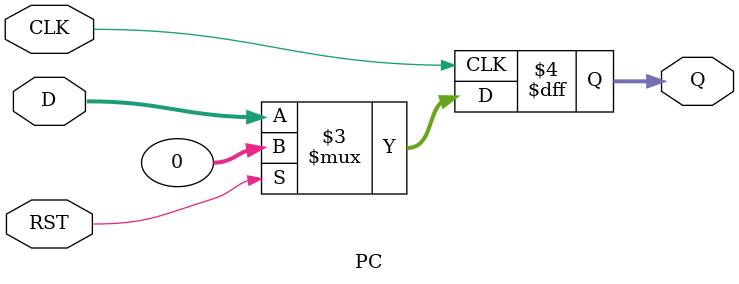
<source format=v>
module PC(
    input wire RST, CLK,
    input wire [31:0] D,
    output reg [31:0] Q
);

    always @(posedge CLK) begin
        Q <= (RST == 1)? 0: D;
    end

endmodule

</source>
